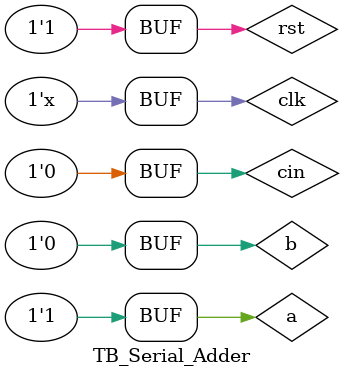
<source format=v>
`timescale 1ns / 1ps

module TB_Serial_Adder;
reg a,b,cin,clk,rst;
wire sum,cout,c,flag;

Serial_Adder uut(a,b,cin,clk,rst,sum,cout);

always #5 clk=~clk;

initial begin
clk=1;rst=0;
{a,b,cin}=0; rst=1;  #20;
rst=0;
//Input given serially a=1111 b=1100 cin=0  sum=1111+1100+0=11011
a=1;b=0;cin=0;#10;
a=1;b=0;cin=0;#10;
a=1;b=1;cin=0;#10;
a=1;b=1;cin=0;#10
rst=1;#10;
rst=0;#10
//Input given serially a=1000 b=0110 cin=1  sum=1111+1100+0=11011
a=0;b=0;cin=1;#10;
a=0;b=1;cin=0;#10;
a=0;b=1;cin=0;#10;
a=1;b=0;cin=0;#10
rst=1;#10;
end
endmodule

</source>
